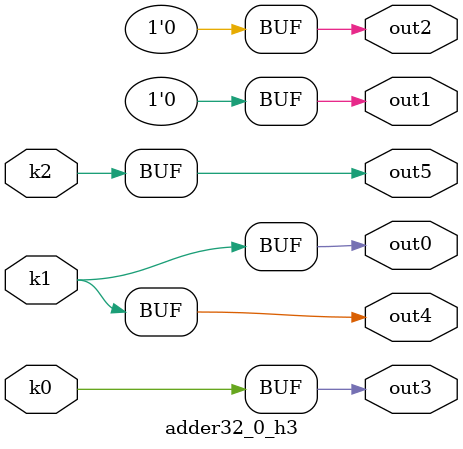
<source format=v>
module adder32_0(pi00, pi01, pi02, pi03, pi04, pi05, pi06, pi07, pi08, pi09, pi10, po0, po1, po2, po3, po4, po5);
input pi00, pi01, pi02, pi03, pi04, pi05, pi06, pi07, pi08, pi09, pi10;
output po0, po1, po2, po3, po4, po5;
wire k0, k1, k2;
adder32_0_w3 DUT1 (pi00, pi01, pi02, pi03, pi04, pi05, pi06, pi07, pi08, pi09, pi10, k0, k1, k2);
adder32_0_h3 DUT2 (k0, k1, k2, po0, po1, po2, po3, po4, po5);
endmodule

module adder32_0_w3(in10, in9, in8, in7, in6, in5, in4, in3, in2, in1, in0, k2, k1, k0);
input in10, in9, in8, in7, in6, in5, in4, in3, in2, in1, in0;
output k2, k1, k0;
assign k0 =   ((in8 ^ in3) & ((((in10 & (in5 | ~in0)) | (in5 & ~in0)) & (in9 | in4)) | (in9 & in4))) | (((~in5 & in0) | (~in10 & (~in5 | in0))) & (~in9 | ~in4) & (~in8 ^ in3)) | (~in9 & ~in4 & (~in8 ^ in3));
assign k1 =   ((~in9 ^ in4) & ((in10 & (in5 | ~in0)) | (in5 & ~in0))) | (((~in5 & in0) | (~in10 & (~in5 | in0))) & (in9 ^ in4));
assign k2 =   in10 ? (~in5 ^ in0) : (in5 ^ in0);
endmodule

module adder32_0_h3(k2, k1, k0, out5, out4, out3, out2, out1, out0);
input k2, k1, k0;
output out5, out4, out3, out2, out1, out0;
assign out0 = k1;
assign out1 = 0;
assign out2 = 0;
assign out3 = k0;
assign out4 = k1;
assign out5 = k2;
endmodule

</source>
